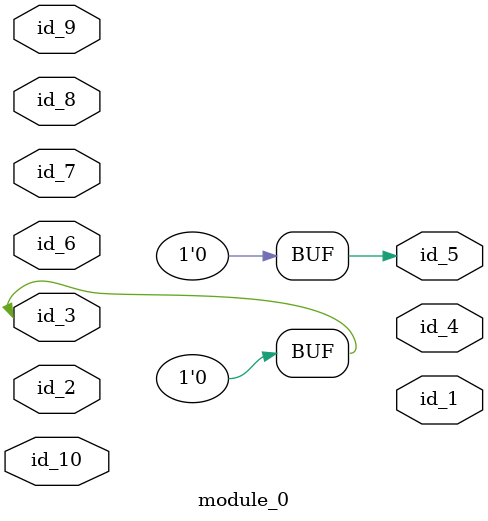
<source format=v>
module module_0 (
    id_1,
    id_2,
    id_3,
    id_4,
    id_5,
    id_6,
    id_7,
    id_8,
    id_9,
    id_10
);
  inout id_10;
  input id_9;
  input id_8;
  input id_7;
  inout id_6;
  output id_5;
  output id_4;
  inout id_3;
  inout id_2;
  output id_1;
  assign id_3 = 1'd0;
  assign id_6[1] = id_10;
  assign id_5 = "";
endmodule

</source>
